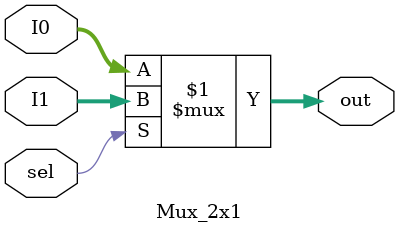
<source format=sv>
module Mux_2x1(input [31:0] I0,I1,
               input sel,
               output [31:0] out);
  assign out= sel ? I1:I0;
endmodule
</source>
